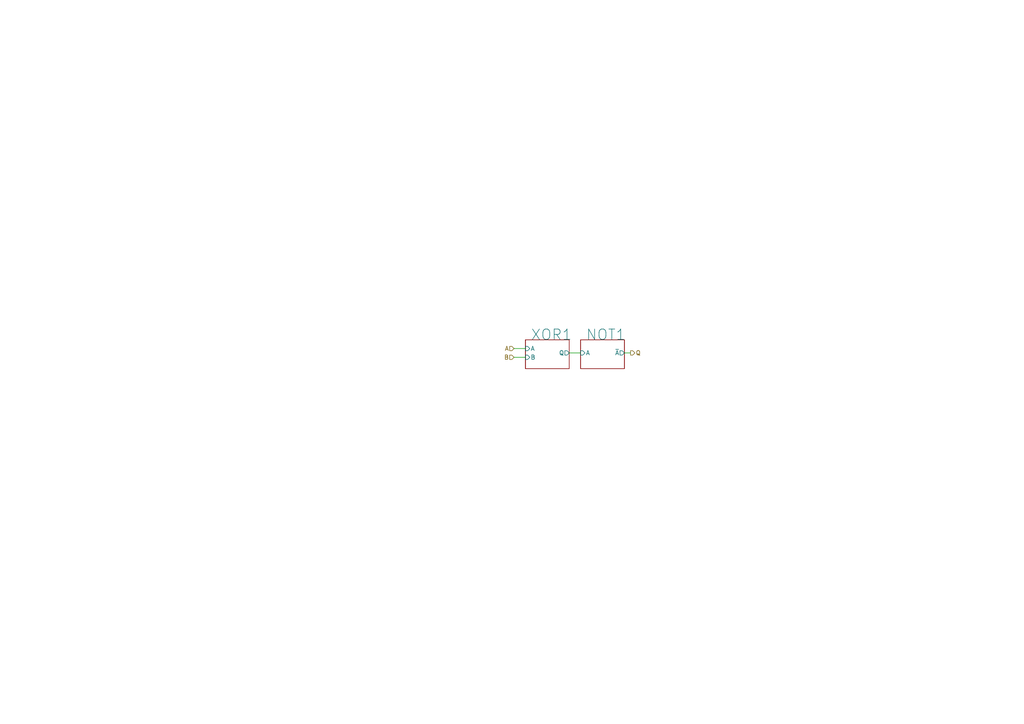
<source format=kicad_sch>
(kicad_sch (version 20211123) (generator eeschema)
  (paper "A4")
  (lib_symbols)
  (wire (pts (xy 181.102 102.362) (xy 182.88 102.362)))
  (wire (pts (xy 149.098 103.632) (xy 152.4 103.632)))
  (wire (pts (xy 165.1 102.362) (xy 168.402 102.362)))
  (wire (pts (xy 149.098 101.092) (xy 152.4 101.092)))
  (hierarchical_label "A" (shape input) (at 149.098 101.092 180))
  (hierarchical_label "Q" (shape output) (at 182.88 102.362 0))
  (hierarchical_label "B" (shape input) (at 149.098 103.632 180))
  (sheet (at 168.402 98.552) (size 12.7 8.382) (stroke (width 0.1524))
    (property "Sheet name" "NOT1" (at 169.926 98.806 0) (effects (font (size 3 3)) (justify left bottom)))
    (property "Sheet file" "NOT.kicad_sch" (effects hide))
    (pin "~{A}" output (at 181.102 102.362 0))
    (pin "A" input (at 168.402 102.362 180))
  )
  (sheet (at 152.4 98.552) (size 12.7 8.382) (stroke (width 0.1524))
    (property "Sheet name" "XOR1" (at 153.924 98.806 0) (effects (font (size 3 3)) (justify left bottom)))
    (property "Sheet file" "XOR.kicad_sch" (effects hide))
    (pin "Q" output (at 165.1 102.362 0))
    (pin "A" input (at 152.4 101.092 180))
    (pin "B" input (at 152.4 103.632 180))
  )
)
</source>
